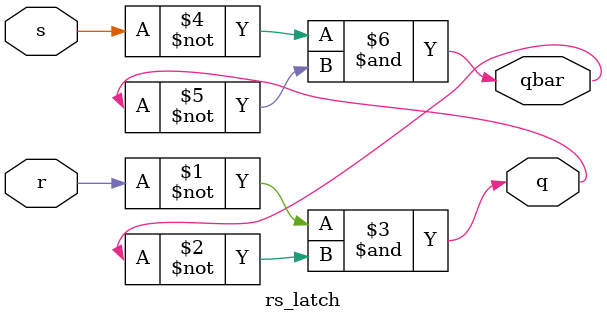
<source format=v>
module rs_latch(r,s,q,qbar);
input r,s;
output q,qbar;
assign  q=~r&~qbar;
assign  qbar=~s&~q;
endmodule

</source>
